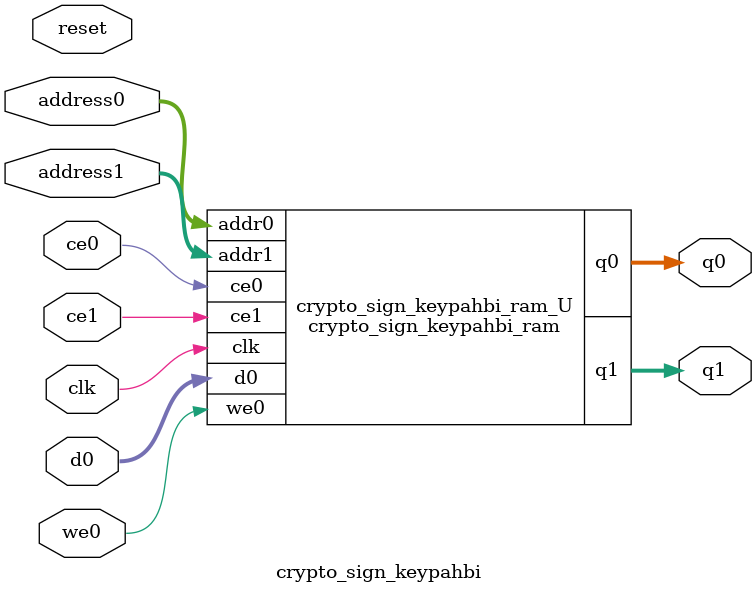
<source format=v>
`timescale 1 ns / 1 ps
module crypto_sign_keypahbi_ram (addr0, ce0, d0, we0, q0, addr1, ce1, q1,  clk);

parameter DWIDTH = 8;
parameter AWIDTH = 5;
parameter MEM_SIZE = 32;

input[AWIDTH-1:0] addr0;
input ce0;
input[DWIDTH-1:0] d0;
input we0;
output reg[DWIDTH-1:0] q0;
input[AWIDTH-1:0] addr1;
input ce1;
output reg[DWIDTH-1:0] q1;
input clk;

(* ram_style = "distributed" *)reg [DWIDTH-1:0] ram[0:MEM_SIZE-1];




always @(posedge clk)  
begin 
    if (ce0) begin
        if (we0) 
            ram[addr0] <= d0; 
        q0 <= ram[addr0];
    end
end


always @(posedge clk)  
begin 
    if (ce1) begin
        q1 <= ram[addr1];
    end
end


endmodule

`timescale 1 ns / 1 ps
module crypto_sign_keypahbi(
    reset,
    clk,
    address0,
    ce0,
    we0,
    d0,
    q0,
    address1,
    ce1,
    q1);

parameter DataWidth = 32'd8;
parameter AddressRange = 32'd32;
parameter AddressWidth = 32'd5;
input reset;
input clk;
input[AddressWidth - 1:0] address0;
input ce0;
input we0;
input[DataWidth - 1:0] d0;
output[DataWidth - 1:0] q0;
input[AddressWidth - 1:0] address1;
input ce1;
output[DataWidth - 1:0] q1;



crypto_sign_keypahbi_ram crypto_sign_keypahbi_ram_U(
    .clk( clk ),
    .addr0( address0 ),
    .ce0( ce0 ),
    .we0( we0 ),
    .d0( d0 ),
    .q0( q0 ),
    .addr1( address1 ),
    .ce1( ce1 ),
    .q1( q1 ));

endmodule


</source>
